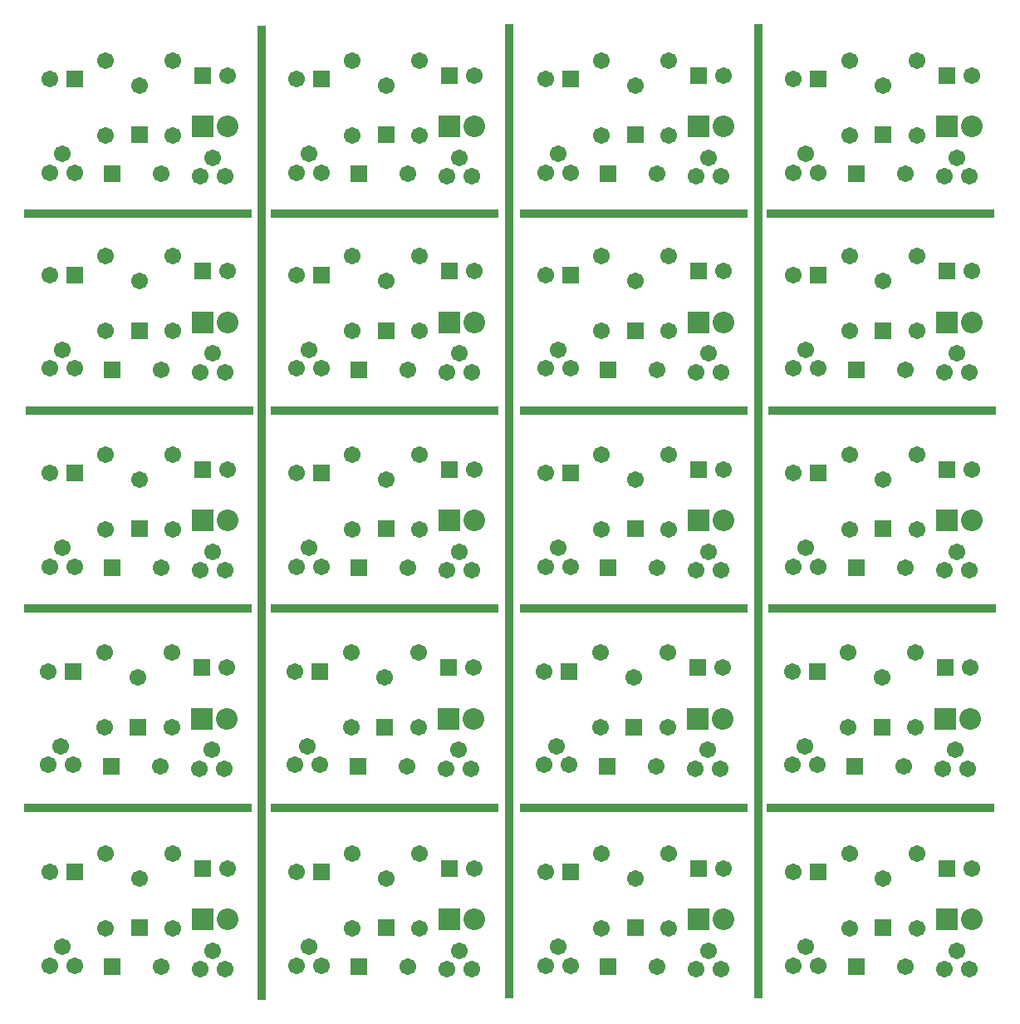
<source format=gts>
G04 Layer_Color=8388736*
%FSLAX25Y25*%
%MOIN*%
G70*
G01*
G75*
%ADD22R,0.91351X0.03556*%
%ADD23R,0.03556X3.90564*%
%ADD24C,0.06706*%
%ADD25R,0.06706X0.06706*%
%ADD26R,0.06706X0.06706*%
%ADD27R,0.08674X0.08674*%
%ADD28C,0.08674*%
D22*
X345500Y78000D02*
D03*
X346000Y158000D02*
D03*
Y237500D02*
D03*
X345500Y316500D02*
D03*
X246500Y78000D02*
D03*
Y158000D02*
D03*
Y237500D02*
D03*
Y316500D02*
D03*
X146500Y78000D02*
D03*
Y158000D02*
D03*
Y237500D02*
D03*
Y316500D02*
D03*
X47500Y78000D02*
D03*
Y158000D02*
D03*
X48000Y237500D02*
D03*
X47500Y316500D02*
D03*
D23*
X296500Y197000D02*
D03*
X196500D02*
D03*
X97000Y196500D02*
D03*
D24*
X56279Y94937D02*
D03*
X47437Y130280D02*
D03*
X11437Y132937D02*
D03*
X82937Y134437D02*
D03*
X21437Y95437D02*
D03*
X16437Y102937D02*
D03*
X11437Y95437D02*
D03*
X81937Y93937D02*
D03*
X76937Y101437D02*
D03*
X71937Y93937D02*
D03*
X33937Y140437D02*
D03*
Y110437D02*
D03*
X60937Y140437D02*
D03*
Y110437D02*
D03*
X359437Y140437D02*
D03*
Y110437D02*
D03*
X332437Y140437D02*
D03*
Y110437D02*
D03*
X380437Y93937D02*
D03*
X375437Y101437D02*
D03*
X370437Y93937D02*
D03*
X319937Y95437D02*
D03*
X314937Y102937D02*
D03*
X309937Y95437D02*
D03*
X381437Y134437D02*
D03*
X309937Y132937D02*
D03*
X345937Y130280D02*
D03*
X354780Y94937D02*
D03*
X259937Y140437D02*
D03*
Y110437D02*
D03*
X232937Y140437D02*
D03*
Y110437D02*
D03*
X280937Y93937D02*
D03*
X275937Y101437D02*
D03*
X270937Y93937D02*
D03*
X220437Y95437D02*
D03*
X215437Y102937D02*
D03*
X210437Y95437D02*
D03*
X281937Y134437D02*
D03*
X210437Y132937D02*
D03*
X246437Y130280D02*
D03*
X255279Y94937D02*
D03*
X159937Y140437D02*
D03*
Y110437D02*
D03*
X132937Y140437D02*
D03*
Y110437D02*
D03*
X180937Y93937D02*
D03*
X175937Y101437D02*
D03*
X170937Y93937D02*
D03*
X120437Y95437D02*
D03*
X115437Y102937D02*
D03*
X110437Y95437D02*
D03*
X181937Y134437D02*
D03*
X110437Y132937D02*
D03*
X146437Y130280D02*
D03*
X155280Y94937D02*
D03*
X56779Y174437D02*
D03*
X47937Y209780D02*
D03*
X11937Y212437D02*
D03*
X83437Y213937D02*
D03*
X21937Y174937D02*
D03*
X16937Y182437D02*
D03*
X11937Y174937D02*
D03*
X82437Y173437D02*
D03*
X77437Y180937D02*
D03*
X72437Y173437D02*
D03*
X34437Y219937D02*
D03*
Y189937D02*
D03*
X61437Y219937D02*
D03*
Y189937D02*
D03*
X359937Y219937D02*
D03*
Y189937D02*
D03*
X332937Y219937D02*
D03*
Y189937D02*
D03*
X380937Y173437D02*
D03*
X375937Y180937D02*
D03*
X370937Y173437D02*
D03*
X320437Y174937D02*
D03*
X315437Y182437D02*
D03*
X310437Y174937D02*
D03*
X381937Y213937D02*
D03*
X310437Y212437D02*
D03*
X346437Y209780D02*
D03*
X355279Y174437D02*
D03*
X260437Y219937D02*
D03*
Y189937D02*
D03*
X233437Y219937D02*
D03*
Y189937D02*
D03*
X281437Y173437D02*
D03*
X276437Y180937D02*
D03*
X271437Y173437D02*
D03*
X220937Y174937D02*
D03*
X215937Y182437D02*
D03*
X210937Y174937D02*
D03*
X282437Y213937D02*
D03*
X210937Y212437D02*
D03*
X246937Y209780D02*
D03*
X255780Y174437D02*
D03*
X160437Y219937D02*
D03*
Y189937D02*
D03*
X133437Y219937D02*
D03*
Y189937D02*
D03*
X181437Y173437D02*
D03*
X176437Y180937D02*
D03*
X171437Y173437D02*
D03*
X120937Y174937D02*
D03*
X115937Y182437D02*
D03*
X110937Y174937D02*
D03*
X182437Y213937D02*
D03*
X110937Y212437D02*
D03*
X146937Y209780D02*
D03*
X155780Y174437D02*
D03*
X56779Y253937D02*
D03*
X47937Y289280D02*
D03*
X11937Y291937D02*
D03*
X83437Y293437D02*
D03*
X21937Y254437D02*
D03*
X16937Y261937D02*
D03*
X11937Y254437D02*
D03*
X82437Y252937D02*
D03*
X77437Y260437D02*
D03*
X72437Y252937D02*
D03*
X34437Y299437D02*
D03*
Y269437D02*
D03*
X61437Y299437D02*
D03*
Y269437D02*
D03*
X359937Y299437D02*
D03*
Y269437D02*
D03*
X332937Y299437D02*
D03*
Y269437D02*
D03*
X380937Y252937D02*
D03*
X375937Y260437D02*
D03*
X370937Y252937D02*
D03*
X320437Y254437D02*
D03*
X315437Y261937D02*
D03*
X310437Y254437D02*
D03*
X381937Y293437D02*
D03*
X310437Y291937D02*
D03*
X346437Y289280D02*
D03*
X355279Y253937D02*
D03*
X260437Y299437D02*
D03*
Y269437D02*
D03*
X233437Y299437D02*
D03*
Y269437D02*
D03*
X281437Y252937D02*
D03*
X276437Y260437D02*
D03*
X271437Y252937D02*
D03*
X220937Y254437D02*
D03*
X215937Y261937D02*
D03*
X210937Y254437D02*
D03*
X282437Y293437D02*
D03*
X210937Y291937D02*
D03*
X246937Y289280D02*
D03*
X255780Y253937D02*
D03*
X160437Y299437D02*
D03*
Y269437D02*
D03*
X133437Y299437D02*
D03*
Y269437D02*
D03*
X181437Y252937D02*
D03*
X176437Y260437D02*
D03*
X171437Y252937D02*
D03*
X120937Y254437D02*
D03*
X115937Y261937D02*
D03*
X110937Y254437D02*
D03*
X182437Y293437D02*
D03*
X110937Y291937D02*
D03*
X146937Y289280D02*
D03*
X155780Y253937D02*
D03*
X56779Y332437D02*
D03*
X47937Y367779D02*
D03*
X11937Y370437D02*
D03*
X83437Y371937D02*
D03*
X21937Y332937D02*
D03*
X16937Y340437D02*
D03*
X11937Y332937D02*
D03*
X82437Y331437D02*
D03*
X77437Y338937D02*
D03*
X72437Y331437D02*
D03*
X34437Y377937D02*
D03*
Y347937D02*
D03*
X61437Y377937D02*
D03*
Y347937D02*
D03*
X359937Y377937D02*
D03*
Y347937D02*
D03*
X332937Y377937D02*
D03*
Y347937D02*
D03*
X380937Y331437D02*
D03*
X375937Y338937D02*
D03*
X370937Y331437D02*
D03*
X320437Y332937D02*
D03*
X315437Y340437D02*
D03*
X310437Y332937D02*
D03*
X381937Y371937D02*
D03*
X310437Y370437D02*
D03*
X346437Y367779D02*
D03*
X355279Y332437D02*
D03*
X260437Y377937D02*
D03*
Y347937D02*
D03*
X233437Y377937D02*
D03*
Y347937D02*
D03*
X281437Y331437D02*
D03*
X276437Y338937D02*
D03*
X271437Y331437D02*
D03*
X220937Y332937D02*
D03*
X215937Y340437D02*
D03*
X210937Y332937D02*
D03*
X282437Y371937D02*
D03*
X210937Y370437D02*
D03*
X246937Y367779D02*
D03*
X255780Y332437D02*
D03*
X160437Y377937D02*
D03*
Y347937D02*
D03*
X133437Y377937D02*
D03*
Y347937D02*
D03*
X181437Y331437D02*
D03*
X176437Y338937D02*
D03*
X171437Y331437D02*
D03*
X120937Y332937D02*
D03*
X115937Y340437D02*
D03*
X110937Y332937D02*
D03*
X182437Y371937D02*
D03*
X110937Y370437D02*
D03*
X146937Y367779D02*
D03*
X155780Y332437D02*
D03*
Y14437D02*
D03*
X146937Y49779D02*
D03*
X110937Y52437D02*
D03*
X182437Y53937D02*
D03*
X120937Y14937D02*
D03*
X115937Y22437D02*
D03*
X110937Y14937D02*
D03*
X181437Y13437D02*
D03*
X176437Y20937D02*
D03*
X171437Y13437D02*
D03*
X133437Y59937D02*
D03*
Y29937D02*
D03*
X160437Y59937D02*
D03*
Y29937D02*
D03*
X255780Y14437D02*
D03*
X246937Y49779D02*
D03*
X210937Y52437D02*
D03*
X282437Y53937D02*
D03*
X220937Y14937D02*
D03*
X215937Y22437D02*
D03*
X210937Y14937D02*
D03*
X281437Y13437D02*
D03*
X276437Y20937D02*
D03*
X271437Y13437D02*
D03*
X233437Y59937D02*
D03*
Y29937D02*
D03*
X260437Y59937D02*
D03*
Y29937D02*
D03*
X355279Y14437D02*
D03*
X346437Y49779D02*
D03*
X310437Y52437D02*
D03*
X381937Y53937D02*
D03*
X320437Y14937D02*
D03*
X315437Y22437D02*
D03*
X310437Y14937D02*
D03*
X380937Y13437D02*
D03*
X375937Y20937D02*
D03*
X370937Y13437D02*
D03*
X332937Y59937D02*
D03*
Y29937D02*
D03*
X359937Y59937D02*
D03*
Y29937D02*
D03*
X61437Y59937D02*
D03*
Y29937D02*
D03*
X11937Y52437D02*
D03*
X83437Y53937D02*
D03*
X34437Y59937D02*
D03*
Y29937D02*
D03*
X56779Y14437D02*
D03*
X21937Y14937D02*
D03*
X16937Y22437D02*
D03*
X11937Y14937D02*
D03*
X47937Y49779D02*
D03*
X82437Y13437D02*
D03*
X77437Y20937D02*
D03*
X72437Y13437D02*
D03*
D25*
X36595Y94937D02*
D03*
X21437Y132937D02*
D03*
X72937Y134437D02*
D03*
X371437D02*
D03*
X319937Y132937D02*
D03*
X335094Y94937D02*
D03*
X271937Y134437D02*
D03*
X220437Y132937D02*
D03*
X235595Y94937D02*
D03*
X171937Y134437D02*
D03*
X120437Y132937D02*
D03*
X135594Y94937D02*
D03*
X37095Y174437D02*
D03*
X21937Y212437D02*
D03*
X73437Y213937D02*
D03*
X371937D02*
D03*
X320437Y212437D02*
D03*
X335595Y174437D02*
D03*
X272437Y213937D02*
D03*
X220937Y212437D02*
D03*
X236094Y174437D02*
D03*
X172437Y213937D02*
D03*
X120937Y212437D02*
D03*
X136094Y174437D02*
D03*
X37095Y253937D02*
D03*
X21937Y291937D02*
D03*
X73437Y293437D02*
D03*
X371937D02*
D03*
X320437Y291937D02*
D03*
X335595Y253937D02*
D03*
X272437Y293437D02*
D03*
X220937Y291937D02*
D03*
X236094Y253937D02*
D03*
X172437Y293437D02*
D03*
X120937Y291937D02*
D03*
X136094Y253937D02*
D03*
X37095Y332437D02*
D03*
X21937Y370437D02*
D03*
X73437Y371937D02*
D03*
X371937D02*
D03*
X320437Y370437D02*
D03*
X335595Y332437D02*
D03*
X272437Y371937D02*
D03*
X220937Y370437D02*
D03*
X236094Y332437D02*
D03*
X172437Y371937D02*
D03*
X120937Y370437D02*
D03*
X136094Y332437D02*
D03*
Y14437D02*
D03*
X120937Y52437D02*
D03*
X172437Y53937D02*
D03*
X236094Y14437D02*
D03*
X220937Y52437D02*
D03*
X272437Y53937D02*
D03*
X335595Y14437D02*
D03*
X320437Y52437D02*
D03*
X371937Y53937D02*
D03*
X21937Y52437D02*
D03*
X73437Y53937D02*
D03*
X37095Y14437D02*
D03*
D26*
X47437Y110594D02*
D03*
X345937D02*
D03*
X246437D02*
D03*
X146437D02*
D03*
X47937Y190094D02*
D03*
X346437D02*
D03*
X246937D02*
D03*
X146937D02*
D03*
X47937Y269595D02*
D03*
X346437D02*
D03*
X246937D02*
D03*
X146937D02*
D03*
X47937Y348095D02*
D03*
X346437D02*
D03*
X246937D02*
D03*
X146937D02*
D03*
Y30095D02*
D03*
X246937D02*
D03*
X346437D02*
D03*
X47937D02*
D03*
D27*
X72937Y113937D02*
D03*
X371437D02*
D03*
X271937D02*
D03*
X171937D02*
D03*
X73437Y193437D02*
D03*
X371937D02*
D03*
X272437D02*
D03*
X172437D02*
D03*
X73437Y272937D02*
D03*
X371937D02*
D03*
X272437D02*
D03*
X172437D02*
D03*
X73437Y351437D02*
D03*
X371937D02*
D03*
X272437D02*
D03*
X172437D02*
D03*
Y33437D02*
D03*
X272437D02*
D03*
X371937D02*
D03*
X73437D02*
D03*
D28*
X82937Y113937D02*
D03*
X381437D02*
D03*
X281937D02*
D03*
X181937D02*
D03*
X83437Y193437D02*
D03*
X381937D02*
D03*
X282437D02*
D03*
X182437D02*
D03*
X83437Y272937D02*
D03*
X381937D02*
D03*
X282437D02*
D03*
X182437D02*
D03*
X83437Y351437D02*
D03*
X381937D02*
D03*
X282437D02*
D03*
X182437D02*
D03*
Y33437D02*
D03*
X282437D02*
D03*
X381937D02*
D03*
X83437D02*
D03*
M02*

</source>
